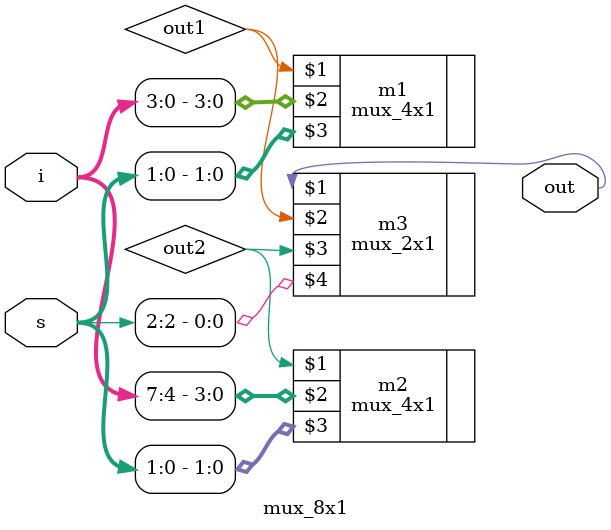
<source format=v>
/* Using two 4x1 mux and 2x1 mux */

module mux_8x1(out, i, s);

output out;

input [7:0] i;
input [2:0] s;

wire out1, out2;

mux_4x1 m1(out1, i[3:0], s[1:0]);
mux_4x1 m2(out2, i[7:4], s[1:0]);
mux_2x1 m3(out, out1, out2, s[2]);

endmodule


/*
module testbench;

reg [7:0] i;
reg [2:0] s;
wire out;

mux_8x1 m1(out, i, s);

initial begin

s = 3'b000; i = 8'b00000001;
#100 s = 3'b001; i = 8'b00000010;
#100 s = 3'b010; i = 8'b00000100;
#100 s = 3'b011; i = 8'b00001000;
#100 s = 3'b100; i = 8'b00010000;
#100 s = 3'b101; i = 8'b00100000;
#100 s = 3'b110; i = 8'b01000000;
#100 s = 3'b111; i = 8'b10000000;

end

endmodule
*/
</source>
